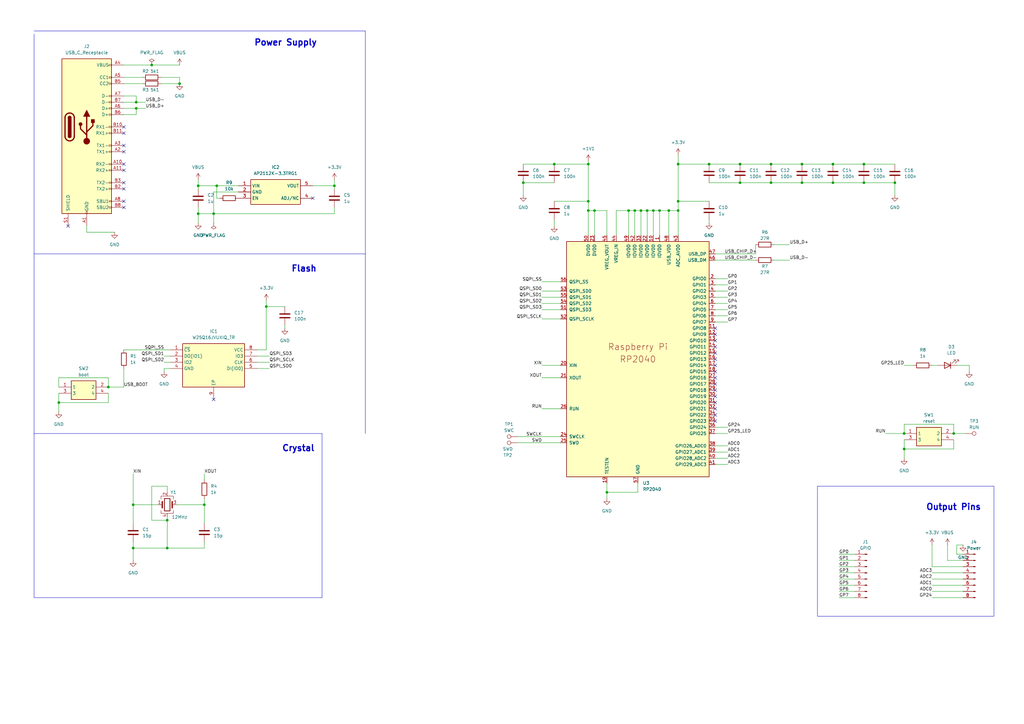
<source format=kicad_sch>
(kicad_sch (version 20230121) (generator eeschema)
  (paper "A3")
  (lib_symbols
    (symbol "+3.3V_1" (power) (pin_names (offset 0))
      (property "Value" "+3.3V_1" (at 0 3.556 0))
      (symbol "+3.3V_1_1_1"
        (pin power_in line (at 0 0 90) (length 0) hide (name "+3.3V") (number "1"))
      )
    )
    (symbol "Connector:Conn_01x08_Pin" (pin_names (offset 1.016) hide)
      (property "Reference" "J" (at 0 10.16 0))
      (property "Value" "Conn_01x08_Pin" (at 0 -12.7 0))
      (symbol "Conn_01x08_Pin_1_1"
        (pin passive line (at 5.08 7.62 180) (length 3.81) (name "Pin_1") (number "1"))
        (pin passive line (at 5.08 5.08 180) (length 3.81) (name "Pin_2") (number "2"))
        (pin passive line (at 5.08 2.54 180) (length 3.81) (name "Pin_3") (number "3"))
        (pin passive line (at 5.08 0 180) (length 3.81) (name "Pin_4") (number "4"))
        (pin passive line (at 5.08 -2.54 180) (length 3.81) (name "Pin_5") (number "5"))
        (pin passive line (at 5.08 -5.08 180) (length 3.81) (name "Pin_6") (number "6"))
        (pin passive line (at 5.08 -7.62 180) (length 3.81) (name "Pin_7") (number "7"))
        (pin passive line (at 5.08 -10.16 180) (length 3.81) (name "Pin_8") (number "8"))
      )
    )
    (symbol "Connector:TestPoint" (pin_numbers hide) (pin_names (offset 0.762) hide)
      (property "Reference" "TP" (at 0 6.858 0))
      (property "Value" "TestPoint" (at 0 5.08 0))
      (symbol "TestPoint_1_1"
        (pin passive line (at 0 0 90) (length 2.54) (name "1") (number "1"))
      )
    )
    (symbol "Connector:USB_C_Receptacle" (pin_names (offset 1.016))
      (property "Reference" "J" (at -10.16 29.21 0))
      (property "Value" "USB_C_Receptacle" (at 10.16 29.21 0))
      (symbol "USB_C_Receptacle_1_1"
        (pin passive line (at 0 -40.64 90) (length 5.08) (name "GND") (number "A1"))
        (pin bidirectional line (at 15.24 -15.24 180) (length 5.08) (name "RX2-") (number "A10"))
        (pin bidirectional line (at 15.24 -17.78 180) (length 5.08) (name "RX2+") (number "A11"))
        (pin passive line (at 0 -40.64 90) (length 5.08) hide (name "GND") (number "A12"))
        (pin bidirectional line (at 15.24 -10.16 180) (length 5.08) (name "TX1+") (number "A2"))
        (pin bidirectional line (at 15.24 -7.62 180) (length 5.08) (name "TX1-") (number "A3"))
        (pin passive line (at 15.24 25.4 180) (length 5.08) (name "VBUS") (number "A4"))
        (pin bidirectional line (at 15.24 20.32 180) (length 5.08) (name "CC1") (number "A5"))
        (pin bidirectional line (at 15.24 7.62 180) (length 5.08) (name "D+") (number "A6"))
        (pin bidirectional line (at 15.24 12.7 180) (length 5.08) (name "D-") (number "A7"))
        (pin bidirectional line (at 15.24 -30.48 180) (length 5.08) (name "SBU1") (number "A8"))
        (pin passive line (at 15.24 25.4 180) (length 5.08) hide (name "VBUS") (number "A9"))
        (pin passive line (at 0 -40.64 90) (length 5.08) hide (name "GND") (number "B1"))
        (pin bidirectional line (at 15.24 0 180) (length 5.08) (name "RX1-") (number "B10"))
        (pin bidirectional line (at 15.24 -2.54 180) (length 5.08) (name "RX1+") (number "B11"))
        (pin passive line (at 0 -40.64 90) (length 5.08) hide (name "GND") (number "B12"))
        (pin bidirectional line (at 15.24 -25.4 180) (length 5.08) (name "TX2+") (number "B2"))
        (pin bidirectional line (at 15.24 -22.86 180) (length 5.08) (name "TX2-") (number "B3"))
        (pin passive line (at 15.24 25.4 180) (length 5.08) hide (name "VBUS") (number "B4"))
        (pin bidirectional line (at 15.24 17.78 180) (length 5.08) (name "CC2") (number "B5"))
        (pin bidirectional line (at 15.24 5.08 180) (length 5.08) (name "D+") (number "B6"))
        (pin bidirectional line (at 15.24 10.16 180) (length 5.08) (name "D-") (number "B7"))
        (pin bidirectional line (at 15.24 -33.02 180) (length 5.08) (name "SBU2") (number "B8"))
        (pin passive line (at 15.24 25.4 180) (length 5.08) hide (name "VBUS") (number "B9"))
        (pin passive line (at -7.62 -40.64 90) (length 5.08) (name "SHIELD") (number "S1"))
      )
    )
    (symbol "Device:C" (pin_numbers hide) (pin_names (offset 0.254))
      (property "Reference" "C" (at 0.635 2.54 0))
      (property "Value" "C" (at 0.635 -2.54 0))
      (symbol "C_1_1"
        (pin passive line (at 0 3.81 270) (length 2.794) (name "~") (number "1"))
        (pin passive line (at 0 -3.81 90) (length 2.794) (name "~") (number "2"))
      )
    )
    (symbol "Device:Crystal_GND24" (pin_names (offset 1.016) hide)
      (property "Reference" "Y" (at 3.175 5.08 0))
      (property "Value" "Crystal_GND24" (at 3.175 3.175 0))
      (symbol "Crystal_GND24_1_1"
        (pin passive line (at -3.81 0 0) (length 1.27) (name "1") (number "1"))
        (pin passive line (at 0 5.08 270) (length 1.27) (name "2") (number "2"))
        (pin passive line (at 3.81 0 180) (length 1.27) (name "3") (number "3"))
        (pin passive line (at 0 -5.08 90) (length 1.27) (name "4") (number "4"))
      )
    )
    (symbol "Device:LED" (pin_numbers hide) (pin_names (offset 1.016) hide)
      (property "Reference" "D" (at 0 2.54 0))
      (property "Value" "LED" (at 0 -2.54 0))
      (symbol "LED_1_1"
        (pin passive line (at -3.81 0 0) (length 2.54) (name "K") (number "1"))
        (pin passive line (at 3.81 0 180) (length 2.54) (name "A") (number "2"))
      )
    )
    (symbol "Device:R" (pin_numbers hide) (pin_names (offset 0))
      (property "Reference" "R" (at 2.032 0 90))
      (property "Value" "R" (at 0 0 90))
      (symbol "R_1_1"
        (pin passive line (at 0 3.81 270) (length 1.27) (name "~") (number "1"))
        (pin passive line (at 0 -3.81 90) (length 1.27) (name "~") (number "2"))
      )
    )
    (symbol "GND_1" (power) (pin_names (offset 0))
      (property "Value" "GND_1" (at 0 -3.81 0))
      (symbol "GND_1_1_1"
        (pin power_in line (at 0 0 270) (length 0) hide (name "GND") (number "1"))
      )
    )
    (symbol "GND_2" (power) (pin_names (offset 0))
      (property "Value" "GND_2" (at 0 -3.81 0))
      (symbol "GND_2_1_1"
        (pin power_in line (at 0 0 270) (length 0) hide (name "GND") (number "1"))
      )
    )
    (symbol "MCU_RaspberryPi_and_Boards:RP2040" (pin_names (offset 1.016))
      (property "Reference" "U" (at -29.21 49.53 0))
      (property "Value" "RP2040" (at 24.13 -49.53 0))
      (symbol "RP2040_0_0"
        (text "Raspberry Pi" (at 0 5.08 0) (effects (font (size 2.54 2.54))))
        (text "RP2040" (at 0 0 0) (effects (font (size 2.54 2.54))))
      )
      (symbol "RP2040_1_1"
        (pin power_in line (at 8.89 50.8 270) (length 2.54) (name "IOVDD") (number "1"))
        (pin power_in line (at 6.35 50.8 270) (length 2.54) (name "IOVDD") (number "10"))
        (pin bidirectional line (at 31.75 12.7 180) (length 2.54) (name "GPIO8") (number "11"))
        (pin bidirectional line (at 31.75 10.16 180) (length 2.54) (name "GPIO9") (number "12"))
        (pin bidirectional line (at 31.75 7.62 180) (length 2.54) (name "GPIO10") (number "13"))
        (pin bidirectional line (at 31.75 5.08 180) (length 2.54) (name "GPIO11") (number "14"))
        (pin bidirectional line (at 31.75 2.54 180) (length 2.54) (name "GPIO12") (number "15"))
        (pin bidirectional line (at 31.75 0 180) (length 2.54) (name "GPIO13") (number "16"))
        (pin bidirectional line (at 31.75 -2.54 180) (length 2.54) (name "GPIO14") (number "17"))
        (pin bidirectional line (at 31.75 -5.08 180) (length 2.54) (name "GPIO15") (number "18"))
        (pin passive line (at -12.7 -50.8 90) (length 2.54) (name "TESTEN") (number "19"))
        (pin bidirectional line (at 31.75 33.02 180) (length 2.54) (name "GPIO0") (number "2"))
        (pin input line (at -31.75 -2.54 0) (length 2.54) (name "XIN") (number "20"))
        (pin passive line (at -31.75 -7.62 0) (length 2.54) (name "XOUT") (number "21"))
        (pin power_in line (at 3.81 50.8 270) (length 2.54) (name "IOVDD") (number "22"))
        (pin power_in line (at -17.78 50.8 270) (length 2.54) (name "DVDD") (number "23"))
        (pin output line (at -31.75 -31.75 0) (length 2.54) (name "SWCLK") (number "24"))
        (pin bidirectional line (at -31.75 -34.29 0) (length 2.54) (name "SWD") (number "25"))
        (pin input line (at -31.75 -20.32 0) (length 2.54) (name "RUN") (number "26"))
        (pin bidirectional line (at 31.75 -7.62 180) (length 2.54) (name "GPIO16") (number "27"))
        (pin bidirectional line (at 31.75 -10.16 180) (length 2.54) (name "GPIO17") (number "28"))
        (pin bidirectional line (at 31.75 -12.7 180) (length 2.54) (name "GPIO18") (number "29"))
        (pin bidirectional line (at 31.75 30.48 180) (length 2.54) (name "GPIO1") (number "3"))
        (pin bidirectional line (at 31.75 -15.24 180) (length 2.54) (name "GPIO19") (number "30"))
        (pin bidirectional line (at 31.75 -17.78 180) (length 2.54) (name "GPIO20") (number "31"))
        (pin bidirectional line (at 31.75 -20.32 180) (length 2.54) (name "GPIO21") (number "32"))
        (pin power_in line (at 1.27 50.8 270) (length 2.54) (name "IOVDD") (number "33"))
        (pin bidirectional line (at 31.75 -22.86 180) (length 2.54) (name "GPIO22") (number "34"))
        (pin bidirectional line (at 31.75 -25.4 180) (length 2.54) (name "GPIO23") (number "35"))
        (pin bidirectional line (at 31.75 -27.94 180) (length 2.54) (name "GPIO24") (number "36"))
        (pin bidirectional line (at 31.75 -30.48 180) (length 2.54) (name "GPIO25") (number "37"))
        (pin bidirectional line (at 31.75 -35.56 180) (length 2.54) (name "GPIO26_ADC0") (number "38"))
        (pin bidirectional line (at 31.75 -38.1 180) (length 2.54) (name "GPIO27_ADC1") (number "39"))
        (pin bidirectional line (at 31.75 27.94 180) (length 2.54) (name "GPIO2") (number "4"))
        (pin bidirectional line (at 31.75 -40.64 180) (length 2.54) (name "GPIO28_ADC2") (number "40"))
        (pin bidirectional line (at 31.75 -43.18 180) (length 2.54) (name "GPIO29_ADC3") (number "41"))
        (pin power_in line (at -1.27 50.8 270) (length 2.54) (name "IOVDD") (number "42"))
        (pin power_in line (at 16.51 50.8 270) (length 2.54) (name "ADC_AVDD") (number "43"))
        (pin power_in line (at -8.89 50.8 270) (length 2.54) (name "VREG_IN") (number "44"))
        (pin power_out line (at -12.7 50.8 270) (length 2.54) (name "VREG_VOUT") (number "45"))
        (pin bidirectional line (at 31.75 40.64 180) (length 2.54) (name "USB_DM") (number "46"))
        (pin bidirectional line (at 31.75 43.18 180) (length 2.54) (name "USB_DP") (number "47"))
        (pin power_in line (at 12.7 50.8 270) (length 2.54) (name "USB_VDD") (number "48"))
        (pin power_in line (at -3.81 50.8 270) (length 2.54) (name "IOVDD") (number "49"))
        (pin bidirectional line (at 31.75 25.4 180) (length 2.54) (name "GPIO3") (number "5"))
        (pin power_in line (at -20.32 50.8 270) (length 2.54) (name "DVDD") (number "50"))
        (pin bidirectional line (at -31.75 20.32 0) (length 2.54) (name "QSPI_SD3") (number "51"))
        (pin output line (at -31.75 16.51 0) (length 2.54) (name "QSPI_SCLK") (number "52"))
        (pin bidirectional line (at -31.75 27.94 0) (length 2.54) (name "QSPI_SD0") (number "53"))
        (pin bidirectional line (at -31.75 22.86 0) (length 2.54) (name "QSPI_SD2") (number "54"))
        (pin bidirectional line (at -31.75 25.4 0) (length 2.54) (name "QSPI_SD1") (number "55"))
        (pin bidirectional line (at -31.75 31.75 0) (length 2.54) (name "QSPI_SS") (number "56"))
        (pin power_in line (at 0 -50.8 90) (length 2.54) (name "GND") (number "57"))
        (pin bidirectional line (at 31.75 22.86 180) (length 2.54) (name "GPIO4") (number "6"))
        (pin bidirectional line (at 31.75 20.32 180) (length 2.54) (name "GPIO5") (number "7"))
        (pin bidirectional line (at 31.75 17.78 180) (length 2.54) (name "GPIO6") (number "8"))
        (pin bidirectional line (at 31.75 15.24 180) (length 2.54) (name "GPIO7") (number "9"))
      )
    )
    (symbol "Regulator_Linear:AP2112K-3.3TRG1"
      (property "Reference" "IC" (at 26.67 7.62 0))
      (property "Value" "AP2112K-3.3TRG1" (at 26.67 5.08 0))
      (symbol "AP2112K-3.3TRG1_1_1"
        (pin passive line (at 0 0 0) (length 5.08) (name "VIN") (number "1"))
        (pin passive line (at 0 -2.54 0) (length 5.08) (name "GND") (number "2"))
        (pin passive line (at 0 -5.08 0) (length 5.08) (name "EN") (number "3"))
        (pin passive line (at 30.48 -5.08 180) (length 5.08) (name "ADJ/NC") (number "4"))
        (pin passive line (at 30.48 0 180) (length 5.08) (name "VOUT") (number "5"))
      )
    )
    (symbol "Switch:SKRPACE010"
      (property "Reference" "S" (at 16.51 7.62 0))
      (property "Value" "SKRPACE010" (at 16.51 5.08 0))
      (symbol "SKRPACE010_1_1"
        (pin passive line (at 0 0 0) (length 5.08) (name "1") (number "1"))
        (pin passive line (at 20.32 0 180) (length 5.08) (name "2") (number "2"))
        (pin passive line (at 0 -2.54 0) (length 5.08) (name "3") (number "3"))
        (pin passive line (at 20.32 -2.54 180) (length 5.08) (name "4") (number "4"))
      )
    )
    (symbol "VBUS_1" (power) (pin_names (offset 0))
      (property "Value" "VBUS_1" (at 0 3.81 0))
      (symbol "VBUS_1_1_1"
        (pin power_in line (at 0 0 90) (length 0) hide (name "VBUS") (number "1"))
      )
    )
    (symbol "W25Q16JVUXIQ_TR:W25Q16JVUXIQ_TR"
      (property "Reference" "IC" (at 31.75 7.62 0))
      (property "Value" "W25Q16JVUXIQ_TR" (at 31.75 5.08 0))
      (symbol "W25Q16JVUXIQ_TR_1_1"
        (pin passive line (at 0 0 0) (length 5.08) (name "~{CS}") (number "1"))
        (pin passive line (at 0 -2.54 0) (length 5.08) (name "DO(IO1)") (number "2"))
        (pin passive line (at 0 -5.08 0) (length 5.08) (name "IO2") (number "3"))
        (pin passive line (at 0 -7.62 0) (length 5.08) (name "GND") (number "4"))
        (pin passive line (at 35.56 -7.62 180) (length 5.08) (name "DI(IO0)") (number "5"))
        (pin passive line (at 35.56 -5.08 180) (length 5.08) (name "CLK") (number "6"))
        (pin passive line (at 35.56 -2.54 180) (length 5.08) (name "IO3") (number "7"))
        (pin passive line (at 35.56 0 180) (length 5.08) (name "VCC") (number "8"))
        (pin passive line (at 17.78 -20.32 90) (length 5.08) (name "EP") (number "9"))
      )
    )
    (symbol "power:+1V1" (power) (pin_names (offset 0))
      (property "Value" "+1V1" (at 0 3.556 0))
      (symbol "+1V1_1_1"
        (pin power_in line (at 0 0 90) (length 0) hide (name "+1V1") (number "1"))
      )
    )
    (symbol "power:+3.3V" (power) (pin_names (offset 0))
      (property "Value" "+3.3V" (at 0 3.556 0))
      (symbol "+3.3V_1_1"
        (pin power_in line (at 0 0 90) (length 0) hide (name "+3.3V") (number "1"))
      )
    )
    (symbol "power:GND" (power) (pin_names (offset 0))
      (property "Value" "GND" (at 0 -3.81 0))
      (symbol "GND_1_1"
        (pin power_in line (at 0 0 270) (length 0) hide (name "GND") (number "1"))
      )
    )
    (symbol "power:PWR_FLAG" (power) (pin_numbers hide) (pin_names (offset 0) hide)
      (property "Value" "PWR_FLAG" (at 0 3.81 0))
      (symbol "PWR_FLAG_0_0"
        (pin power_out line (at 0 0 90) (length 0) (name "pwr") (number "1"))
      )
    )
    (symbol "power:VBUS" (power) (pin_names (offset 0))
      (property "Value" "VBUS" (at 0 3.81 0))
      (symbol "VBUS_1_1"
        (pin power_in line (at 0 0 90) (length 0) hide (name "VBUS") (number "1"))
      )
    )
  )
  (junction (at 83.82 207.01))
  (junction (at 262.89 86.36))
  (junction (at 278.13 82.55))
  (junction (at 370.84 177.8))
  (junction (at 81.28 76.2))
  (junction (at 241.3 82.55))
  (junction (at 303.53 74.93))
  (junction (at 81.28 87.63))
  (junction (at 370.84 184.15))
  (junction (at 354.33 74.93))
  (junction (at 54.61 207.01))
  (junction (at 24.13 165.1))
  (junction (at 391.16 177.8))
  (junction (at 274.32 86.36))
  (junction (at 241.3 67.31))
  (junction (at 270.51 86.36))
  (junction (at 316.23 74.93))
  (junction (at 278.13 86.36))
  (junction (at 267.97 86.36))
  (junction (at 54.61 224.79))
  (junction (at 278.13 67.31))
  (junction (at 328.93 67.31))
  (junction (at 328.93 74.93))
  (junction (at 227.33 67.31))
  (junction (at 367.03 74.93))
  (junction (at 341.63 74.93))
  (junction (at 241.3 86.36))
  (junction (at 243.84 86.36))
  (junction (at 44.45 158.75))
  (junction (at 88.9 76.2))
  (junction (at 87.63 87.63))
  (junction (at 55.88 41.91))
  (junction (at 62.23 26.67))
  (junction (at 257.81 86.36))
  (junction (at 341.63 67.31))
  (junction (at 290.83 67.31))
  (junction (at 248.92 201.93))
  (junction (at 260.35 86.36))
  (junction (at 73.66 34.29))
  (junction (at 55.88 44.45))
  (junction (at 214.63 74.93))
  (junction (at 265.43 86.36))
  (junction (at 68.58 224.79))
  (junction (at 316.23 67.31))
  (junction (at 354.33 67.31))
  (junction (at 68.58 213.36))
  (junction (at 109.22 125.73))
  (junction (at 303.53 67.31))
  (junction (at 137.16 76.2))
  (no_connect (at 50.8 85.09))
  (no_connect (at 50.8 82.55))
  (no_connect (at 50.8 77.47))
  (no_connect (at 50.8 67.31))
  (no_connect (at 50.8 62.23))
  (no_connect (at 50.8 59.69))
  (no_connect (at 50.8 54.61))
  (no_connect (at 50.8 52.07))
  (no_connect (at 50.8 69.85))
  (no_connect (at 50.8 74.93))
  (no_connect (at 27.94 92.71))
  (no_connect (at 293.37 172.72))
  (no_connect (at 293.37 170.18))
  (no_connect (at 293.37 167.64))
  (no_connect (at 293.37 165.1))
  (no_connect (at 293.37 142.24))
  (no_connect (at 293.37 134.62))
  (no_connect (at 293.37 137.16))
  (no_connect (at 293.37 139.7))
  (no_connect (at 293.37 152.4))
  (no_connect (at 293.37 154.94))
  (no_connect (at 293.37 157.48))
  (no_connect (at 293.37 160.02))
  (no_connect (at 293.37 162.56))
  (no_connect (at 293.37 144.78))
  (no_connect (at 293.37 149.86))
  (no_connect (at 293.37 147.32))
  (no_connect (at 128.27 81.28))
  (no_connect (at 87.63 163.83))
  (wire (pts (xy 370.84 180.34) (xy 370.84 184.15)))
  (wire (pts (xy 62.23 213.36) (xy 68.58 213.36)))
  (wire (pts (xy 214.63 67.31) (xy 227.33 67.31)))
  (wire (pts (xy 382.27 234.95) (xy 394.97 234.95)))
  (wire (pts (xy 24.13 158.75) (xy 24.13 154.94)))
  (wire (pts (xy 137.16 76.2) (xy 137.16 77.47)))
  (wire (pts (xy 243.84 86.36) (xy 243.84 96.52)))
  (wire (pts (xy 370.84 184.15) (xy 391.16 184.15)))
  (wire (pts (xy 316.23 67.31) (xy 328.93 67.31)))
  (wire (pts (xy 241.3 82.55) (xy 241.3 86.36)))
  (wire (pts (xy 87.63 87.63) (xy 137.16 87.63)))
  (wire (pts (xy 394.97 223.52) (xy 392.43 223.52)))
  (polyline (pts (xy 13.97 245.11) (xy 13.97 177.8)))
  (wire (pts (xy 290.83 90.17) (xy 290.83 91.44)))
  (wire (pts (xy 222.25 119.38) (xy 229.87 119.38)))
  (wire (pts (xy 341.63 67.31) (xy 354.33 67.31)))
  (wire (pts (xy 293.37 127) (xy 298.45 127)))
  (wire (pts (xy 344.17 234.95) (xy 350.52 234.95)))
  (wire (pts (xy 24.13 154.94) (xy 44.45 154.94)))
  (wire (pts (xy 50.8 46.99) (xy 55.88 46.99)))
  (wire (pts (xy 222.25 167.64) (xy 229.87 167.64)))
  (wire (pts (xy 293.37 185.42) (xy 298.45 185.42)))
  (wire (pts (xy 128.27 76.2) (xy 137.16 76.2)))
  (wire (pts (xy 363.22 177.8) (xy 370.84 177.8)))
  (wire (pts (xy 241.3 86.36) (xy 241.3 96.52)))
  (wire (pts (xy 278.13 86.36) (xy 278.13 96.52)))
  (wire (pts (xy 81.28 87.63) (xy 81.28 91.44)))
  (wire (pts (xy 87.63 78.74) (xy 87.63 87.63)))
  (wire (pts (xy 137.16 85.09) (xy 137.16 87.63)))
  (wire (pts (xy 344.17 227.33) (xy 350.52 227.33)))
  (wire (pts (xy 87.63 87.63) (xy 87.63 91.44)))
  (wire (pts (xy 265.43 86.36) (xy 267.97 86.36)))
  (wire (pts (xy 248.92 198.12) (xy 248.92 201.93)))
  (wire (pts (xy 50.8 31.75) (xy 58.42 31.75)))
  (wire (pts (xy 24.13 161.29) (xy 24.13 165.1)))
  (wire (pts (xy 222.25 149.86) (xy 229.87 149.86)))
  (wire (pts (xy 54.61 207.01) (xy 64.77 207.01)))
  (wire (pts (xy 24.13 165.1) (xy 24.13 168.91)))
  (wire (pts (xy 270.51 86.36) (xy 270.51 96.52)))
  (polyline (pts (xy 132.08 177.8) (xy 13.97 177.8)))
  (wire (pts (xy 35.56 92.71) (xy 35.56 95.25)))
  (wire (pts (xy 24.13 165.1) (xy 44.45 165.1)))
  (wire (pts (xy 392.43 223.52) (xy 392.43 227.33)))
  (wire (pts (xy 293.37 129.54) (xy 298.45 129.54)))
  (wire (pts (xy 293.37 187.96) (xy 298.45 187.96)))
  (wire (pts (xy 392.43 227.33) (xy 394.97 227.33)))
  (polyline (pts (xy 149.86 104.14) (xy 13.97 104.14)))
  (wire (pts (xy 328.93 67.31) (xy 341.63 67.31)))
  (wire (pts (xy 55.88 46.99) (xy 55.88 44.45)))
  (wire (pts (xy 278.13 63.5) (xy 278.13 67.31)))
  (wire (pts (xy 109.22 125.73) (xy 116.84 125.73)))
  (wire (pts (xy 54.61 194.31) (xy 54.61 207.01)))
  (wire (pts (xy 50.8 34.29) (xy 58.42 34.29)))
  (wire (pts (xy 257.81 86.36) (xy 260.35 86.36)))
  (wire (pts (xy 354.33 67.31) (xy 367.03 67.31)))
  (polyline (pts (xy 13.97 13.97) (xy 13.97 105.41)))
  (polyline (pts (xy 13.97 12.7) (xy 149.86 12.7)))
  (wire (pts (xy 81.28 85.09) (xy 81.28 87.63)))
  (wire (pts (xy 262.89 86.36) (xy 265.43 86.36)))
  (wire (pts (xy 303.53 67.31) (xy 316.23 67.31)))
  (wire (pts (xy 252.73 86.36) (xy 257.81 86.36)))
  (wire (pts (xy 248.92 96.52) (xy 248.92 86.36)))
  (wire (pts (xy 370.84 149.86) (xy 374.65 149.86)))
  (wire (pts (xy 293.37 119.38) (xy 298.45 119.38)))
  (wire (pts (xy 50.8 41.91) (xy 55.88 41.91)))
  (wire (pts (xy 62.23 26.67) (xy 73.66 26.67)))
  (polyline (pts (xy 149.86 12.7) (xy 149.86 104.14)))
  (wire (pts (xy 54.61 224.79) (xy 68.58 224.79)))
  (wire (pts (xy 90.17 81.28) (xy 88.9 81.28)))
  (wire (pts (xy 214.63 74.93) (xy 214.63 80.01)))
  (wire (pts (xy 382.27 242.57) (xy 394.97 242.57)))
  (wire (pts (xy 35.56 95.25) (xy 46.99 95.25)))
  (wire (pts (xy 344.17 232.41) (xy 350.52 232.41)))
  (wire (pts (xy 222.25 124.46) (xy 229.87 124.46)))
  (wire (pts (xy 222.25 115.57) (xy 229.87 115.57)))
  (wire (pts (xy 81.28 73.66) (xy 81.28 76.2)))
  (wire (pts (xy 105.41 146.05) (xy 110.49 146.05)))
  (wire (pts (xy 382.27 223.52) (xy 382.27 232.41)))
  (wire (pts (xy 212.09 179.07) (xy 229.87 179.07)))
  (wire (pts (xy 88.9 76.2) (xy 97.79 76.2)))
  (wire (pts (xy 54.61 224.79) (xy 54.61 229.87)))
  (wire (pts (xy 370.84 173.99) (xy 391.16 173.99)))
  (wire (pts (xy 105.41 148.59) (xy 110.49 148.59)))
  (polyline (pts (xy 13.97 177.8) (xy 13.97 105.41)))
  (wire (pts (xy 68.58 213.36) (xy 68.58 224.79)))
  (polyline (pts (xy 149.86 104.14) (xy 149.86 177.8)))
  (wire (pts (xy 109.22 125.73) (xy 109.22 143.51)))
  (wire (pts (xy 68.58 212.09) (xy 68.58 213.36)))
  (wire (pts (xy 260.35 86.36) (xy 262.89 86.36)))
  (wire (pts (xy 328.93 74.93) (xy 341.63 74.93)))
  (wire (pts (xy 267.97 86.36) (xy 270.51 86.36)))
  (wire (pts (xy 261.62 198.12) (xy 261.62 201.93)))
  (wire (pts (xy 66.04 31.75) (xy 73.66 31.75)))
  (wire (pts (xy 44.45 158.75) (xy 50.8 158.75)))
  (wire (pts (xy 72.39 207.01) (xy 83.82 207.01)))
  (wire (pts (xy 278.13 67.31) (xy 290.83 67.31)))
  (wire (pts (xy 303.53 74.93) (xy 316.23 74.93)))
  (wire (pts (xy 290.83 67.31) (xy 303.53 67.31)))
  (wire (pts (xy 293.37 104.14) (xy 309.88 104.14)))
  (wire (pts (xy 222.25 130.81) (xy 229.87 130.81)))
  (wire (pts (xy 391.16 173.99) (xy 391.16 177.8)))
  (wire (pts (xy 88.9 81.28) (xy 88.9 76.2)))
  (wire (pts (xy 278.13 82.55) (xy 290.83 82.55)))
  (wire (pts (xy 137.16 73.66) (xy 137.16 76.2)))
  (wire (pts (xy 367.03 74.93) (xy 367.03 80.01)))
  (wire (pts (xy 67.31 152.4) (xy 67.31 151.13)))
  (wire (pts (xy 344.17 242.57) (xy 350.52 242.57)))
  (wire (pts (xy 344.17 240.03) (xy 350.52 240.03)))
  (wire (pts (xy 109.22 143.51) (xy 105.41 143.51)))
  (wire (pts (xy 388.62 223.52) (xy 388.62 229.87)))
  (wire (pts (xy 382.27 245.11) (xy 394.97 245.11)))
  (wire (pts (xy 392.43 149.86) (xy 397.51 149.86)))
  (wire (pts (xy 222.25 154.94) (xy 229.87 154.94)))
  (wire (pts (xy 81.28 87.63) (xy 87.63 87.63)))
  (wire (pts (xy 44.45 161.29) (xy 44.45 165.1)))
  (wire (pts (xy 370.84 177.8) (xy 370.84 173.99)))
  (wire (pts (xy 278.13 67.31) (xy 278.13 82.55)))
  (wire (pts (xy 293.37 106.68) (xy 309.88 106.68)))
  (wire (pts (xy 67.31 148.59) (xy 69.85 148.59)))
  (wire (pts (xy 54.61 222.25) (xy 54.61 224.79)))
  (wire (pts (xy 293.37 121.92) (xy 298.45 121.92)))
  (wire (pts (xy 50.8 143.51) (xy 69.85 143.51)))
  (wire (pts (xy 105.41 151.13) (xy 110.49 151.13)))
  (wire (pts (xy 83.82 194.31) (xy 83.82 196.85)))
  (wire (pts (xy 382.27 240.03) (xy 394.97 240.03)))
  (wire (pts (xy 382.27 237.49) (xy 394.97 237.49)))
  (wire (pts (xy 344.17 237.49) (xy 350.52 237.49)))
  (wire (pts (xy 83.82 222.25) (xy 83.82 224.79)))
  (wire (pts (xy 293.37 190.5) (xy 298.45 190.5)))
  (wire (pts (xy 248.92 201.93) (xy 248.92 204.47)))
  (wire (pts (xy 222.25 121.92) (xy 229.87 121.92)))
  (wire (pts (xy 270.51 86.36) (xy 274.32 86.36)))
  (wire (pts (xy 50.8 151.13) (xy 50.8 158.75)))
  (wire (pts (xy 83.82 207.01) (xy 83.82 214.63)))
  (wire (pts (xy 212.09 181.61) (xy 229.87 181.61)))
  (wire (pts (xy 55.88 44.45) (xy 59.69 44.45)))
  (wire (pts (xy 73.66 31.75) (xy 73.66 34.29)))
  (wire (pts (xy 50.8 26.67) (xy 62.23 26.67)))
  (wire (pts (xy 243.84 86.36) (xy 248.92 86.36)))
  (wire (pts (xy 293.37 177.8) (xy 298.45 177.8)))
  (polyline (pts (xy 132.08 245.11) (xy 13.97 245.11)))
  (wire (pts (xy 66.04 34.29) (xy 73.66 34.29)))
  (wire (pts (xy 293.37 132.08) (xy 298.45 132.08)))
  (wire (pts (xy 252.73 96.52) (xy 252.73 86.36)))
  (wire (pts (xy 397.51 149.86) (xy 397.51 152.4)))
  (wire (pts (xy 116.84 133.35) (xy 116.84 134.62)))
  (wire (pts (xy 222.25 127) (xy 229.87 127)))
  (wire (pts (xy 265.43 86.36) (xy 265.43 96.52)))
  (wire (pts (xy 241.3 67.31) (xy 241.3 82.55)))
  (wire (pts (xy 316.23 74.93) (xy 328.93 74.93)))
  (polyline (pts (xy 132.08 177.8) (xy 132.08 245.11)))
  (wire (pts (xy 68.58 224.79) (xy 83.82 224.79)))
  (wire (pts (xy 293.37 175.26) (xy 298.45 175.26)))
  (wire (pts (xy 214.63 74.93) (xy 227.33 74.93)))
  (wire (pts (xy 388.62 229.87) (xy 394.97 229.87)))
  (wire (pts (xy 370.84 184.15) (xy 370.84 187.96)))
  (wire (pts (xy 81.28 76.2) (xy 88.9 76.2)))
  (wire (pts (xy 68.58 199.39) (xy 62.23 199.39)))
  (wire (pts (xy 227.33 82.55) (xy 241.3 82.55)))
  (wire (pts (xy 278.13 82.55) (xy 278.13 86.36)))
  (wire (pts (xy 293.37 116.84) (xy 298.45 116.84)))
  (wire (pts (xy 274.32 86.36) (xy 274.32 96.52)))
  (wire (pts (xy 50.8 39.37) (xy 55.88 39.37)))
  (wire (pts (xy 248.92 201.93) (xy 261.62 201.93)))
  (wire (pts (xy 382.27 232.41) (xy 394.97 232.41)))
  (wire (pts (xy 55.88 39.37) (xy 55.88 41.91)))
  (wire (pts (xy 344.17 229.87) (xy 350.52 229.87)))
  (wire (pts (xy 293.37 182.88) (xy 298.45 182.88)))
  (wire (pts (xy 293.37 124.46) (xy 298.45 124.46)))
  (wire (pts (xy 274.32 86.36) (xy 278.13 86.36)))
  (wire (pts (xy 81.28 76.2) (xy 81.28 77.47)))
  (wire (pts (xy 83.82 204.47) (xy 83.82 207.01)))
  (wire (pts (xy 109.22 123.19) (xy 109.22 125.73)))
  (wire (pts (xy 50.8 44.45) (xy 55.88 44.45)))
  (wire (pts (xy 309.88 100.33) (xy 309.88 104.14)))
  (wire (pts (xy 293.37 114.3) (xy 298.45 114.3)))
  (wire (pts (xy 391.16 180.34) (xy 391.16 184.15)))
  (wire (pts (xy 257.81 86.36) (xy 257.81 96.52)))
  (wire (pts (xy 54.61 207.01) (xy 54.61 214.63)))
  (wire (pts (xy 68.58 201.93) (xy 68.58 199.39)))
  (wire (pts (xy 267.97 86.36) (xy 267.97 96.52)))
  (wire (pts (xy 290.83 74.93) (xy 303.53 74.93)))
  (wire (pts (xy 55.88 41.91) (xy 59.69 41.91)))
  (wire (pts (xy 241.3 66.04) (xy 241.3 67.31)))
  (wire (pts (xy 260.35 86.36) (xy 260.35 96.52)))
  (wire (pts (xy 262.89 86.36) (xy 262.89 96.52)))
  (wire (pts (xy 227.33 90.17) (xy 227.33 92.71)))
  (wire (pts (xy 341.63 74.93) (xy 354.33 74.93)))
  (wire (pts (xy 227.33 67.31) (xy 241.3 67.31)))
  (wire (pts (xy 317.5 100.33) (xy 323.85 100.33)))
  (wire (pts (xy 344.17 245.11) (xy 350.52 245.11)))
  (wire (pts (xy 87.63 78.74) (xy 97.79 78.74)))
  (wire (pts (xy 241.3 86.36) (xy 243.84 86.36)))
  (wire (pts (xy 67.31 146.05) (xy 69.85 146.05)))
  (wire (pts (xy 67.31 151.13) (xy 69.85 151.13)))
  (wire (pts (xy 317.5 106.68) (xy 323.85 106.68)))
  (wire (pts (xy 391.16 177.8) (xy 396.24 177.8)))
  (wire (pts (xy 44.45 154.94) (xy 44.45 158.75)))
  (wire (pts (xy 354.33 74.93) (xy 367.03 74.93)))
  (wire (pts (xy 62.23 199.39) (xy 62.23 213.36)))
  (wire (pts (xy 382.27 149.86) (xy 384.81 149.86)))
  (rectangle (start 335.28 199.39) (end 407.67 252.73))
  (text "Power Supply" (at 104.14 19.05 0) (effects (font (size 2.5 2.5) (thickness 0.5) bold) (justify left bottom)))
  (text "Flash" (at 119.38 111.76 0) (effects (font (size 2.5 2.5) (thickness 0.5) bold) (justify left bottom)))
  (text "Output Pins" (at 379.73 209.55 0) (effects (font (size 2.5 2.5) (thickness 0.5) bold) (justify left bottom)))
  (text "Crystal\n" (at 115.57 185.42 0) (effects (font (size 2.5 2.5) (thickness 0.5) bold) (justify left bottom)))
  (label "GP5" (at 344.17 240.03 0))
  (label "GP4" (at 344.17 237.49 0))
  (label "RUN" (at 363.22 177.8 180))
  (label "GP1" (at 298.45 116.84 0))
  (label "GP25_LED" (at 370.84 149.86 180))
  (label "GP5" (at 298.45 127 0))
  (label "XOUT" (at 83.82 194.31 0))
  (label "GP24" (at 298.45 175.26 0))
  (label "SWCLK" (at 222.25 179.07 180))
  (label "RUN" (at 222.25 167.64 180))
  (label "XIN" (at 54.61 194.31 0))
  (label "USB_CHIP_D-" (at 297.18 106.68 0))
  (label "QSPI_SD2" (at 67.31 148.59 180))
  (label "SWD" (at 222.25 181.61 180))
  (label "QSPI_SD1" (at 222.25 121.92 180))
  (label "USB_D-" (at 323.85 106.68 0))
  (label "ADC0" (at 298.45 182.88 0))
  (label "GP3" (at 298.45 121.92 0))
  (label "SQPI_SS" (at 222.25 115.57 180))
  (label "ADC3" (at 298.45 190.5 0))
  (label "GP1" (at 344.17 229.87 0))
  (label "QSPI_SCLK" (at 110.49 148.59 0))
  (label "ADC0" (at 382.27 242.57 180))
  (label "GP3" (at 344.17 234.95 0))
  (label "QSPI_SD3" (at 110.49 146.05 0))
  (label "QSPI_SD2" (at 222.25 124.46 180))
  (label "QSPI_SD0" (at 222.25 119.38 180))
  (label "ADC2" (at 298.45 187.96 0))
  (label "GP7" (at 344.17 245.11 0))
  (label "GP6" (at 344.17 242.57 0))
  (label "XIN" (at 222.25 149.86 180))
  (label "SQPI_SS" (at 67.31 143.51 180))
  (label "GP25_LED" (at 298.45 177.8 0))
  (label "ADC2" (at 382.27 237.49 180))
  (label "GP24" (at 382.27 245.11 180))
  (label "QSPI_SD3" (at 222.25 127 180))
  (label "GP6" (at 298.45 129.54 0))
  (label "GP7" (at 298.45 132.08 0))
  (label "GP2" (at 344.17 232.41 0))
  (label "ADC1" (at 382.27 240.03 180))
  (label "XOUT" (at 222.25 154.94 180))
  (label "ADC1" (at 298.45 185.42 0))
  (label "USB_D+" (at 59.69 44.45 0))
  (label "GP0" (at 344.17 227.33 0))
  (label "QSPI_SCLK" (at 222.25 130.81 180))
  (label "ADC3" (at 382.27 234.95 180))
  (label "USB_D+" (at 323.85 100.33 0))
  (label "GP0" (at 298.45 114.3 0))
  (label "USB_D-" (at 59.69 41.91 0))
  (label "QSPI_SD0" (at 110.49 151.13 0))
  (label "USB_CHIP_D+" (at 297.18 104.14 0))
  (label "GP4" (at 298.45 124.46 0))
  (label "QSPI_SD1" (at 67.31 146.05 180))
  (label "USB_BOOT" (at 50.8 158.75 0))
  (label "GP2" (at 298.45 119.38 0))
  (symbol (lib_id "Connector:TestPoint") (at 212.09 179.07 90) (unit 1)
    (property "Reference" "TP1" (at 208.788 173.99 90))
    (property "Value" "SWC" (at 208.788 176.53 90))
    (property "Footprint" "TestPoint:TestPoint_Pad_D1.5mm" (effects hide))
  )
  (symbol (lib_id "Device:C") (at 316.23 71.12 0) (unit 1)
    (property "Reference" "C12" (at 320.04 69.8499 0) (effects (justify left)))
    (property "Value" "100n" (at 320.04 72.3899 0) (effects (justify left)))
    (property "Footprint" "Capacitor_SMD:C_0402_1005Metric_Pad0.74x0.62mm_HandSolder" (effects hide))
    (property "LCSC_Link" "https://www.lcsc.com/product-detail/Multilayer-Ceramic-Capacitors-MLCC-SMD-SMT_YAGEO-CC0402JRX7R7BB104_C541464.html" (effects hide))
    (property "LCSC_Part_Number" "C541464" (effects hide))
    (property "sourced" "x" (effects hide))
  )
  (symbol (lib_id "Device:C") (at 341.63 71.12 0) (unit 1)
    (property "Reference" "C14" (at 345.44 69.8499 0) (effects (justify left)))
    (property "Value" "100n" (at 345.44 72.3899 0) (effects (justify left)))
    (property "Footprint" "Capacitor_SMD:C_0402_1005Metric_Pad0.74x0.62mm_HandSolder" (effects hide))
    (property "LCSC_Link" "https://www.lcsc.com/product-detail/Multilayer-Ceramic-Capacitors-MLCC-SMD-SMT_YAGEO-CC0402JRX7R7BB104_C541464.html" (effects hide))
    (property "LCSC_Part_Number" "C541464" (effects hide))
    (property "sourced" "x" (effects hide))
  )
  (symbol (lib_id "Device:R") (at 313.69 106.68 270) (mirror x) (unit 1)
    (property "Reference" "R7" (at 313.69 109.22 90))
    (property "Value" "27R" (at 313.69 111.76 90))
    (property "Footprint" "Resistor_SMD:R_0402_1005Metric_Pad0.72x0.64mm_HandSolder" (effects hide))
    (property "LCSC_Link" "https://www.lcsc.com/product-detail/Chip-Resistor-Surface-Mount_YAGEO-RC0402FR-0727RL_C138021.html" (effects hide))
    (property "LCSC_Part_Number" "C138021" (effects hide))
    (property "sourced" "x" (effects hide))
  )
  (symbol (lib_id "Device:C") (at 227.33 71.12 0) (unit 1)
    (property "Reference" "C7" (at 231.14 69.8499 0) (effects (justify left)))
    (property "Value" "100n" (at 231.14 72.3899 0) (effects (justify left)))
    (property "Footprint" "Capacitor_SMD:C_0402_1005Metric_Pad0.74x0.62mm_HandSolder" (effects hide))
    (property "LCSC_Link" "https://www.lcsc.com/product-detail/Multilayer-Ceramic-Capacitors-MLCC-SMD-SMT_YAGEO-CC0402JRX7R7BB104_C541464.html" (effects hide))
    (property "LCSC_Part_Number" "C541464" (effects hide))
    (property "sourced" "x" (effects hide))
  )
  (symbol (lib_id "Device:R") (at 83.82 200.66 0) (unit 1)
    (property "Reference" "R4" (at 86.36 199.3899 0) (effects (justify left)))
    (property "Value" "1k" (at 86.36 201.9299 0) (effects (justify left)))
    (property "Footprint" "Resistor_SMD:R_0402_1005Metric_Pad0.72x0.64mm_HandSolder" (effects hide))
    (property "LCSC_Link" "https://www.lcsc.com/product-detail/Chip-Resistor-Surface-Mount_UNI-ROYAL-Uniroyal-Elec-0402WGF1001TCE_C11702.html" (effects hide))
    (property "LCSC_Part_Number" "C11702" (effects hide))
    (property "sourced" "x" (effects hide))
  )
  (symbol (lib_id "MCU_RaspberryPi_and_Boards:RP2040") (at 261.62 147.32 0) (unit 1)
    (property "Reference" "U3" (at 263.6394 198.12 0) (effects (justify left)))
    (property "Value" "RP2040" (at 263.6394 200.66 0) (effects (justify left)))
    (property "Footprint" "mcu_rpi:RP2040-QFN-56" (effects hide))
    (property "LCSC_Link" "https://www.lcsc.com/product-detail/Microcontroller-Units-MCUs-MPUs-SOCs_Raspberry-Pi-RP2040_C2040.html" (effects hide))
    (property "LCSC_Part_Number" "C2040" (effects hide))
    (property "sourced" "x" (effects hide))
  )
  (symbol (lib_id "Device:R") (at 62.23 31.75 90) (unit 1)
    (property "Reference" "R2" (at 59.69 29.21 90))
    (property "Value" "5k1" (at 63.5 29.21 90))
    (property "Footprint" "Resistor_SMD:R_0402_1005Metric_Pad0.72x0.64mm_HandSolder" (effects hide))
    (property "LCSC_Link" "https://www.lcsc.com/product-detail/Chip-Resistor-Surface-Mount_UNI-ROYAL-Uniroyal-Elec-0402WGF5101TCE_C25905.html" (effects hide))
    (property "LCSC_Part_Number" "C25905" (effects hide))
    (property "sourced" "x" (effects hide))
  )
  (symbol (lib_id "power:+3.3V") (at 137.16 73.66 0) (unit 1)
    (property "Reference" "#PWR0110" (effects hide))
    (property "Value" "+3.3V" (at 137.16 68.58 0))
  )
  (symbol (lib_id "Device:R") (at 378.46 149.86 90) (unit 1)
    (property "Reference" "R8" (at 378.46 143.51 90))
    (property "Value" "1k" (at 378.46 146.05 90))
    (property "Footprint" "Resistor_SMD:R_0402_1005Metric_Pad0.72x0.64mm_HandSolder" (effects hide))
    (property "LCSC_Link" "https://www.lcsc.com/product-detail/Chip-Resistor-Surface-Mount_UNI-ROYAL-Uniroyal-Elec-0402WGF1001TCE_C11702.html" (effects hide))
    (property "LCSC_Part_Number" "C11702" (effects hide))
    (property "sourced" "x" (effects hide))
  )
  (symbol (lib_id "Connector:USB_C_Receptacle") (at 35.56 52.07 0) (unit 1)
    (property "Reference" "J2" (at 35.56 19.05 0))
    (property "Value" "USB_C_Receptacle" (at 35.56 21.59 0))
    (property "Footprint" "Connector_USB:USB_C_Receptacle_HRO_TYPE-C-31-M-12" (effects hide))
    (property "Datasheet" "https://www.usb.org/sites/default/files/documents/usb_type-c.zip" (effects hide))
    (property "LCSC_Link" "https://www.lcsc.com/product-detail/USB-Type-C_Korean-Hroparts-Elec-TYPE-C-31-M-12_C165948.html" (effects hide))
    (property "LCSC_Part_Number" "C165948" (effects hide))
    (property "sourced" "x" (effects hide))
  )
  (symbol (lib_id "power:GND") (at 370.84 187.96 0) (unit 1)
    (property "Reference" "#PWR02" (effects hide))
    (property "Value" "GND" (at 370.84 193.04 0))
  )
  (symbol (lib_id "Device:C") (at 54.61 218.44 0) (unit 1)
    (property "Reference" "C1" (at 58.42 217.17 0) (effects (justify left)))
    (property "Value" "15p" (at 58.42 219.71 0) (effects (justify left)))
    (property "Footprint" "Capacitor_SMD:C_0402_1005Metric_Pad0.74x0.62mm_HandSolder" (effects hide))
    (property "LCSC_Link" "https://www.lcsc.com/product-detail/Multilayer-Ceramic-Capacitors-MLCC-SMD-SMT_YAGEO-CC0402FRNPO9BN150_C326803.html" (effects hide))
    (property "LCSC_Part_Number" "C326803" (effects hide))
    (property "sourced" "x" (effects hide))
  )
  (symbol (lib_id "Device:C") (at 227.33 86.36 0) (unit 1)
    (property "Reference" "C8" (at 231.14 85.0899 0) (effects (justify left)))
    (property "Value" "1u" (at 231.14 87.6299 0) (effects (justify left)))
    (property "Footprint" "Capacitor_SMD:C_0402_1005Metric_Pad0.74x0.62mm_HandSolder" (effects hide))
    (property "LCSC_Link" "https://www.lcsc.com/product-detail/Multilayer-Ceramic-Capacitors-MLCC-SMD-SMT_Samsung-Electro-Mechanics-CL05A105KP5NNNC_C14445.html" (effects hide))
    (property "LCSC_Part_Number" "C14445" (effects hide))
    (property "sourced" "x" (effects hide))
  )
  (symbol (lib_id "Device:C") (at 81.28 81.28 0) (unit 1)
    (property "Reference" "C2" (at 85.09 80.01 0) (effects (justify left)))
    (property "Value" "1u" (at 85.09 82.55 0) (effects (justify left)))
    (property "Footprint" "Capacitor_SMD:C_0402_1005Metric_Pad0.74x0.62mm_HandSolder" (effects hide))
    (property "LCSC_Link" "https://www.lcsc.com/product-detail/Multilayer-Ceramic-Capacitors-MLCC-SMD-SMT_Samsung-Electro-Mechanics-CL05A105KP5NNNC_C14445.html" (effects hide))
    (property "LCSC_Part_Number" "C14445" (effects hide))
    (property "sourced" "x" (effects hide))
  )
  (symbol (lib_id "Device:C") (at 290.83 86.36 0) (unit 1)
    (property "Reference" "C10" (at 294.64 85.0899 0) (effects (justify left)))
    (property "Value" "1u" (at 294.64 87.6299 0) (effects (justify left)))
    (property "Footprint" "Capacitor_SMD:C_0402_1005Metric_Pad0.74x0.62mm_HandSolder" (effects hide))
    (property "LCSC_Link" "https://www.lcsc.com/product-detail/Multilayer-Ceramic-Capacitors-MLCC-SMD-SMT_Samsung-Electro-Mechanics-CL05A105KP5NNNC_C14445.html" (effects hide))
    (property "LCSC_Part_Number" "C14445" (effects hide))
    (property "sourced" "x" (effects hide))
  )
  (symbol (lib_name "VBUS_1") (lib_id "power:VBUS") (at 388.62 223.52 0) (unit 1)
    (property "Reference" "#PWR01" (effects hide))
    (property "Value" "VBUS" (at 388.62 218.44 0))
  )
  (symbol (lib_id "power:GND") (at 24.13 168.91 0) (unit 1)
    (property "Reference" "#PWR013" (effects hide))
    (property "Value" "GND" (at 24.13 173.99 0))
  )
  (symbol (lib_id "power:+3.3V") (at 109.22 123.19 0) (unit 1)
    (property "Reference" "#PWR03" (effects hide))
    (property "Value" "+3.3V" (at 109.22 118.11 0))
  )
  (symbol (lib_id "Device:R") (at 313.69 100.33 270) (mirror x) (unit 1)
    (property "Reference" "R6" (at 313.69 95.25 90))
    (property "Value" "27R" (at 313.69 97.79 90))
    (property "Footprint" "Resistor_SMD:R_0402_1005Metric_Pad0.72x0.64mm_HandSolder" (effects hide))
    (property "LCSC_Link" "https://www.lcsc.com/product-detail/Chip-Resistor-Surface-Mount_YAGEO-RC0402FR-0727RL_C138021.html" (effects hide))
    (property "LCSC_Part_Number" "C138021" (effects hide))
    (property "sourced" "x" (effects hide))
  )
  (symbol (lib_id "Connector:TestPoint") (at 212.09 181.61 90) (unit 1)
    (property "Reference" "TP2" (at 208.28 186.69 90))
    (property "Value" "SWD" (at 208.28 184.15 90))
    (property "Footprint" "TestPoint:TestPoint_Pad_D1.5mm" (effects hide))
  )
  (symbol (lib_id "power:VBUS") (at 73.66 26.67 0) (unit 1)
    (property "Reference" "#PWR0112" (effects hide))
    (property "Value" "VBUS" (at 73.66 21.59 0))
  )
  (symbol (lib_id "Device:C") (at 137.16 81.28 0) (unit 1)
    (property "Reference" "C5" (at 140.97 80.01 0) (effects (justify left)))
    (property "Value" "1u" (at 140.97 82.55 0) (effects (justify left)))
    (property "Footprint" "Capacitor_SMD:C_0402_1005Metric_Pad0.74x0.62mm_HandSolder" (effects hide))
    (property "LCSC_Link" "https://www.lcsc.com/product-detail/Multilayer-Ceramic-Capacitors-MLCC-SMD-SMT_Samsung-Electro-Mechanics-CL05A105KP5NNNC_C14445.html" (effects hide))
    (property "LCSC_Part_Number" "C14445" (effects hide))
    (property "sourced" "x" (effects hide))
  )
  (symbol (lib_id "power:+1V1") (at 241.3 66.04 0) (unit 1)
    (property "Reference" "#PWR0108" (effects hide))
    (property "Value" "+1V1" (at 241.3 60.96 0))
  )
  (symbol (lib_name "GND_2") (lib_id "power:GND") (at 397.51 152.4 0) (unit 1)
    (property "Reference" "#PWR012" (effects hide))
    (property "Value" "GND" (at 397.51 157.48 0))
  )
  (symbol (lib_id "power:PWR_FLAG") (at 62.23 26.67 0) (unit 1)
    (property "Reference" "#FLG01" (effects hide))
    (property "Value" "PWR_FLAG" (at 62.23 21.59 0))
  )
  (symbol (lib_id "power:GND") (at 227.33 92.71 0) (unit 1)
    (property "Reference" "#PWR0117" (effects hide))
    (property "Value" "GND" (at 227.33 97.79 0))
  )
  (symbol (lib_id "Switch:SKRPACE010") (at 370.84 177.8 0) (unit 1)
    (property "Reference" "SW1" (at 381 170.18 0))
    (property "Value" "reset" (at 381 172.72 0))
    (property "Footprint" "Button_Switch_SMD:SMT_4.2X3.2_" (effects hide))
    (property "Datasheet" "http://www.alps.com/prod/info/E/HTML/Tact/SurfaceMount/SKRP/SKRPACE010.html" (effects hide))
    (property "Mouser Part Number" "688-SKRPACE010" (effects hide))
    (property "Mouser Price/Stock" "https://www.mouser.co.uk/ProductDetail/Alps-Alpine/SKRPACE010?qs=dHDuPHwQO79W8iY66hDbLQ%3D%3D" (effects hide))
    (property "Manufacturer_Name" "ALPS Electric" (effects hide))
    (property "Manufacturer_Part_Number" "SKRPACE010" (effects hide))
    (property "LCSC_Link" "https://www.lcsc.com/product-detail/Tactile-Switches_ALPSALPINE-SKRPACE010_C139797.html" (effects hide))
    (property "LCSC_Part_Number" "C139797" (effects hide))
    (property "sourced" "x" (effects hide))
  )
  (symbol (lib_id "power:GND") (at 73.66 34.29 0) (unit 1)
    (property "Reference" "#PWR0111" (effects hide))
    (property "Value" "GND" (at 73.66 39.37 0))
  )
  (symbol (lib_id "Device:C") (at 290.83 71.12 0) (unit 1)
    (property "Reference" "C9" (at 294.64 69.8499 0) (effects (justify left)))
    (property "Value" "100n" (at 294.64 72.3899 0) (effects (justify left)))
    (property "Footprint" "Capacitor_SMD:C_0402_1005Metric_Pad0.74x0.62mm_HandSolder" (effects hide))
    (property "LCSC_Link" "https://www.lcsc.com/product-detail/Multilayer-Ceramic-Capacitors-MLCC-SMD-SMT_YAGEO-CC0402JRX7R7BB104_C541464.html" (effects hide))
    (property "LCSC_Part_Number" "C541464" (effects hide))
    (property "sourced" "x" (effects hide))
  )
  (symbol (lib_id "Device:C") (at 214.63 71.12 0) (unit 1)
    (property "Reference" "C6" (at 218.44 69.8499 0) (effects (justify left)))
    (property "Value" "100n" (at 218.44 72.3899 0) (effects (justify left)))
    (property "Footprint" "Capacitor_SMD:C_0402_1005Metric_Pad0.74x0.62mm_HandSolder" (effects hide))
    (property "LCSC_Link" "https://www.lcsc.com/product-detail/Multilayer-Ceramic-Capacitors-MLCC-SMD-SMT_YAGEO-CC0402JRX7R7BB104_C541464.html" (effects hide))
    (property "LCSC_Part_Number" "C541464" (effects hide))
    (property "sourced" "x" (effects hide))
  )
  (symbol (lib_id "power:GND") (at 54.61 229.87 0) (unit 1)
    (property "Reference" "#PWR0109" (effects hide))
    (property "Value" "GND" (at 54.61 234.95 0))
  )
  (symbol (lib_id "power:GND") (at 67.31 152.4 0) (unit 1)
    (property "Reference" "#PWR06" (effects hide))
    (property "Value" "GND" (at 67.31 157.48 0))
  )
  (symbol (lib_id "Device:R") (at 93.98 81.28 90) (unit 1)
    (property "Reference" "R9" (at 93.98 74.93 90))
    (property "Value" "10k" (at 93.98 77.47 90))
    (property "Footprint" "Resistor_SMD:R_0402_1005Metric_Pad0.72x0.64mm_HandSolder" (effects hide))
    (property "LCSC_Link" "https://www.lcsc.com/product-detail/Chip-Resistor-Surface-Mount_UNI-ROYAL-Uniroyal-Elec-0402WGF1002TCE_C25744.html" (effects hide))
    (property "LCSC_Part_Number" "C25744" (effects hide))
    (property "sourced" "x" (effects hide))
  )
  (symbol (lib_name "+3.3V_1") (lib_id "power:+3.3V") (at 382.27 223.52 0) (unit 1)
    (property "Reference" "#PWR08" (effects hide))
    (property "Value" "+3.3V" (at 382.27 218.44 0))
  )
  (symbol (lib_id "Regulator_Linear:AP2112K-3.3TRG1") (at 97.79 76.2 0) (unit 1)
    (property "Reference" "IC2" (at 113.03 68.58 0))
    (property "Value" "AP2112K-3.3TRG1" (at 113.03 71.12 0))
    (property "Footprint" "Package_TO_SOT_SMD:SOT95P282X130-5N" (effects hide))
    (property "Height" "1.3" (effects hide))
    (property "Mouser Part Number" "621-AP2112K-3.3TRG1" (effects hide))
    (property "Mouser Price/Stock" "https://www.mouser.co.uk/ProductDetail/Diodes-Incorporated/AP2112K-3.3TRG1?qs=x6A8l6qLYDDPYHosCdzh%2FA%3D%3D" (effects hide))
    (property "Manufacturer_Name" "Diodes Inc." (effects hide))
    (property "Manufacturer_Part_Number" "AP2112K-3.3TRG1" (effects hide))
    (property "LCSC_Link" "https://www.lcsc.com/product-detail/Linear-Voltage-Regulators-LDO_Diodes-Incorporated-AP2112K-3-3TRG1_C51118.html" (effects hide))
    (property "LCSC_Part_Number" "C51118" (effects hide))
    (property "sourced" "x" (effects hide))
  )
  (symbol (lib_id "Device:C") (at 83.82 218.44 0) (unit 1)
    (property "Reference" "C3" (at 87.63 217.17 0) (effects (justify left)))
    (property "Value" "15p" (at 87.63 219.71 0) (effects (justify left)))
    (property "Footprint" "Capacitor_SMD:C_0402_1005Metric_Pad0.74x0.62mm_HandSolder" (effects hide))
    (property "LCSC_Link" "https://www.lcsc.com/product-detail/Multilayer-Ceramic-Capacitors-MLCC-SMD-SMT_YAGEO-CC0402FRNPO9BN150_C326803.html" (effects hide))
    (property "LCSC_Part_Number" "C326803" (effects hide))
    (property "sourced" "x" (effects hide))
  )
  (symbol (lib_id "Connector:Conn_01x08_Pin") (at 355.6 234.95 0) (mirror y) (unit 1)
    (property "Reference" "J1" (at 354.965 222.25 0))
    (property "Value" "GPIO" (at 354.965 224.79 0))
    (property "Footprint" "Connector_PinHeader_2.54mm:PinHeader_1x08_P2.54mm_Vertical" (effects hide))
  )
  (symbol (lib_id "Device:C") (at 116.84 129.54 0) (unit 1)
    (property "Reference" "C17" (at 120.65 128.2699 0) (effects (justify left)))
    (property "Value" "100n" (at 120.65 130.8099 0) (effects (justify left)))
    (property "Footprint" "Capacitor_SMD:C_0402_1005Metric_Pad0.74x0.62mm_HandSolder" (effects hide))
    (property "LCSC_Link" "https://www.lcsc.com/product-detail/Multilayer-Ceramic-Capacitors-MLCC-SMD-SMT_YAGEO-CC0402JRX7R7BB104_C541464.html" (effects hide))
    (property "LCSC_Part_Number" "C541464" (effects hide))
    (property "sourced" "x" (effects hide))
  )
  (symbol (lib_id "power:GND") (at 81.28 91.44 0) (unit 1)
    (property "Reference" "#PWR0115" (effects hide))
    (property "Value" "GND" (at 81.28 96.52 0))
  )
  (symbol (lib_id "power:GND") (at 46.99 95.25 0) (unit 1)
    (property "Reference" "#PWR0114" (effects hide))
    (property "Value" "GND" (at 46.99 100.33 0))
  )
  (symbol (lib_name "GND_1") (lib_id "power:GND") (at 394.97 223.52 0) (unit 1)
    (property "Reference" "#PWR07" (effects hide))
    (property "Value" "GND" (at 394.97 228.6 0))
  )
  (symbol (lib_id "Device:LED") (at 388.62 149.86 180) (unit 1)
    (property "Reference" "D3" (at 390.2075 142.24 0))
    (property "Value" "LED" (at 390.2075 144.78 0))
    (property "Footprint" "LED_SMD:LED_0402_1005Metric_Pad0.77x0.64mm_HandSolder" (effects hide))
    (property "LCSC_Link" "https://www.lcsc.com/product-detail/Light-Emitting-Diodes-span-style-background-color-ff0-LED-span_Yongyu-Photoelectric-SZYY0402YG_C434449.html" (effects hide))
    (property "LCSC_Part_Number" "C434449" (effects hide))
    (property "sourced" "x" (effects hide))
  )
  (symbol (lib_id "power:GND") (at 367.03 80.01 0) (unit 1)
    (property "Reference" "#PWR0120" (effects hide))
    (property "Value" "GND" (at 367.03 85.09 0))
  )
  (symbol (lib_id "power:VBUS") (at 81.28 73.66 0) (unit 1)
    (property "Reference" "#PWR05" (effects hide))
    (property "Value" "VBUS" (at 81.28 68.58 0))
  )
  (symbol (lib_id "power:GND") (at 290.83 91.44 0) (unit 1)
    (property "Reference" "#PWR0105" (effects hide))
    (property "Value" "GND" (at 290.83 96.52 0))
  )
  (symbol (lib_id "Connector:Conn_01x08_Pin") (at 400.05 234.95 0) (mirror y) (unit 1)
    (property "Reference" "J4" (at 399.415 222.25 0))
    (property "Value" "Power" (at 399.415 224.79 0))
    (property "Footprint" "Connector_PinHeader_2.54mm:PinHeader_1x08_P2.54mm_Vertical" (effects hide))
  )
  (symbol (lib_id "power:+3.3V") (at 278.13 63.5 0) (unit 1)
    (property "Reference" "#PWR0106" (effects hide))
    (property "Value" "+3.3V" (at 278.13 58.42 0))
  )
  (symbol (lib_id "power:PWR_FLAG") (at 87.63 91.44 0) (mirror x) (unit 1)
    (property "Reference" "#FLG0102" (effects hide))
    (property "Value" "PWR_FLAG" (at 87.63 96.52 0))
  )
  (symbol (lib_id "Device:C") (at 303.53 71.12 0) (unit 1)
    (property "Reference" "C11" (at 307.34 69.8499 0) (effects (justify left)))
    (property "Value" "100n" (at 307.34 72.3899 0) (effects (justify left)))
    (property "Footprint" "Capacitor_SMD:C_0402_1005Metric_Pad0.74x0.62mm_HandSolder" (effects hide))
    (property "LCSC_Link" "https://www.lcsc.com/product-detail/Multilayer-Ceramic-Capacitors-MLCC-SMD-SMT_YAGEO-CC0402JRX7R7BB104_C541464.html" (effects hide))
    (property "LCSC_Part_Number" "C541464" (effects hide))
    (property "sourced" "x" (effects hide))
  )
  (symbol (lib_id "Device:C") (at 354.33 71.12 0) (unit 1)
    (property "Reference" "C15" (at 358.14 69.8499 0) (effects (justify left)))
    (property "Value" "100n" (at 358.14 72.3899 0) (effects (justify left)))
    (property "Footprint" "Capacitor_SMD:C_0402_1005Metric_Pad0.74x0.62mm_HandSolder" (effects hide))
    (property "LCSC_Link" "https://www.lcsc.com/product-detail/Multilayer-Ceramic-Capacitors-MLCC-SMD-SMT_YAGEO-CC0402JRX7R7BB104_C541464.html" (effects hide))
    (property "LCSC_Part_Number" "C541464" (effects hide))
    (property "sourced" "x" (effects hide))
  )
  (symbol (lib_id "Switch:SKRPACE010") (at 24.13 158.75 0) (unit 1)
    (property "Reference" "SW2" (at 34.29 151.13 0))
    (property "Value" "boot" (at 34.29 153.67 0))
    (property "Footprint" "Button_Switch_SMD:SMT_4.2X3.2_" (effects hide))
    (property "Datasheet" "http://www.alps.com/prod/info/E/HTML/Tact/SurfaceMount/SKRP/SKRPACE010.html" (effects hide))
    (property "Mouser Part Number" "688-SKRPACE010" (effects hide))
    (property "Mouser Price/Stock" "https://www.mouser.co.uk/ProductDetail/Alps-Alpine/SKRPACE010?qs=dHDuPHwQO79W8iY66hDbLQ%3D%3D" (effects hide))
    (property "Manufacturer_Name" "ALPS Electric" (effects hide))
    (property "Manufacturer_Part_Number" "SKRPACE010" (effects hide))
    (property "LCSC_Link" "https://www.lcsc.com/product-detail/Tactile-Switches_ALPSALPINE-SKRPACE010_C139797.html" (effects hide))
    (property "LCSC_Part_Number" "C139797" (effects hide))
    (property "sourced" "x" (effects hide))
  )
  (symbol (lib_id "power:GND") (at 116.84 134.62 0) (unit 1)
    (property "Reference" "#PWR04" (effects hide))
    (property "Value" "GND" (at 116.84 139.7 0))
  )
  (symbol (lib_id "Device:Crystal_GND24") (at 68.58 207.01 0) (unit 1)
    (property "Reference" "Y1" (at 71.12 201.93 0))
    (property "Value" "12MHz" (at 73.66 212.09 0))
    (property "Footprint" "Crystal:Crystal_SMD_3225-4Pin_3.2x2.5mm" (effects hide))
    (property "LCSC_Link" "https://www.lcsc.com/product-detail/Crystals_JWT-CF4012M00010_C5765982.html" (effects hide))
    (property "LCSC_Part_Number" "C5765982" (effects hide))
    (property "sourced" "x" (effects hide))
  )
  (symbol (lib_id "Device:R") (at 62.23 34.29 90) (unit 1)
    (property "Reference" "R3" (at 59.69 36.83 90))
    (property "Value" "5k1" (at 63.5 36.83 90))
    (property "Footprint" "Resistor_SMD:R_0402_1005Metric_Pad0.72x0.64mm_HandSolder" (effects hide))
    (property "LCSC_Link" "https://www.lcsc.com/product-detail/Chip-Resistor-Surface-Mount_UNI-ROYAL-Uniroyal-Elec-0402WGF5101TCE_C25905.html" (effects hide))
    (property "LCSC_Part_Number" "C25905" (effects hide))
    (property "sourced" "x" (effects hide))
  )
  (symbol (lib_id "Device:C") (at 367.03 71.12 0) (unit 1)
    (property "Reference" "C16" (at 370.84 69.8499 0) (effects (justify left)))
    (property "Value" "100n" (at 370.84 72.3899 0) (effects (justify left)))
    (property "Footprint" "Capacitor_SMD:C_0402_1005Metric_Pad0.74x0.62mm_HandSolder" (effects hide))
    (property "LCSC_Link" "https://www.lcsc.com/product-detail/Multilayer-Ceramic-Capacitors-MLCC-SMD-SMT_YAGEO-CC0402JRX7R7BB104_C541464.html" (effects hide))
    (property "LCSC_Part_Number" "C541464" (effects hide))
    (property "sourced" "x" (effects hide))
  )
  (symbol (lib_id "W25Q16JVUXIQ_TR:W25Q16JVUXIQ_TR") (at 69.85 143.51 0) (unit 1)
    (property "Reference" "IC1" (at 87.63 135.89 0))
    (property "Value" "W25Q16JVUXIQ_TR" (at 87.63 138.43 0))
    (property "Footprint" "SON50P300X200X60-9N" (effects hide))
    (property "Datasheet" "https://componentsearchengine.com/Datasheets/1/W25Q16JVUXIQ TR.pdf" (effects hide))
    (property "Height" "0.6" (effects hide))
    (property "Mouser Part Number" "454-W25Q16JVUXIQTR" (effects hide))
    (property "Mouser Price/Stock" "https://www.mouser.co.uk/ProductDetail/Winbond/W25Q16JVUXIQ-TR?qs=qSfuJ%252Bfl%2Fd7SDdIHLGOd1g%3D%3D" (effects hide))
    (property "Manufacturer_Name" "Winbond" (effects hide))
    (property "Manufacturer_Part_Number" "W25Q16JVUXIQ TR" (effects hide))
    (property "LCSC_Link" "https://www.lcsc.com/product-detail/NOR-FLASH_Winbond-Elec-W25Q16JVUXIQ_C2843335.html" (effects hide))
    (property "LCSC_Part_Number" "C2843335" (effects hide))
    (property "sourced" "x" (effects hide))
  )
  (symbol (lib_id "Connector:TestPoint") (at 396.24 177.8 270) (mirror x) (unit 1)
    (property "Reference" "TP3" (at 399.542 172.72 90))
    (property "Value" "RUN" (at 399.542 175.26 90))
    (property "Footprint" "TestPoint:TestPoint_Pad_D1.5mm" (effects hide))
  )
  (symbol (lib_id "Device:R") (at 50.8 147.32 180) (unit 1)
    (property "Reference" "R1" (at 53.34 146.05 0) (effects (justify right)))
    (property "Value" "1k" (at 53.34 148.59 0) (effects (justify right)))
    (property "Footprint" "Resistor_SMD:R_0402_1005Metric_Pad0.72x0.64mm_HandSolder" (effects hide))
    (property "LCSC_Link" "https://www.lcsc.com/product-detail/Chip-Resistor-Surface-Mount_UNI-ROYAL-Uniroyal-Elec-0402WGF1001TCE_C11702.html" (effects hide))
    (property "LCSC_Part_Number" "C11702" (effects hide))
    (property "sourced" "x" (effects hide))
  )
  (symbol (lib_id "Device:C") (at 328.93 71.12 0) (unit 1)
    (property "Reference" "C13" (at 332.74 69.8499 0) (effects (justify left)))
    (property "Value" "100n" (at 332.74 72.3899 0) (effects (justify left)))
    (property "Footprint" "Capacitor_SMD:C_0402_1005Metric_Pad0.74x0.62mm_HandSolder" (effects hide))
    (property "LCSC_Link" "https://www.lcsc.com/product-detail/Multilayer-Ceramic-Capacitors-MLCC-SMD-SMT_YAGEO-CC0402JRX7R7BB104_C541464.html" (effects hide))
    (property "LCSC_Part_Number" "C541464" (effects hide))
    (property "sourced" "x" (effects hide))
  )
  (symbol (lib_id "power:GND") (at 214.63 80.01 0) (unit 1)
    (property "Reference" "#PWR0107" (effects hide))
    (property "Value" "GND" (at 214.63 85.09 0))
  )
  (symbol (lib_id "power:GND") (at 248.92 204.47 0) (unit 1)
    (property "Reference" "#PWR0118" (effects hide))
    (property "Value" "GND" (at 248.92 209.55 0))
  )
)
</source>
